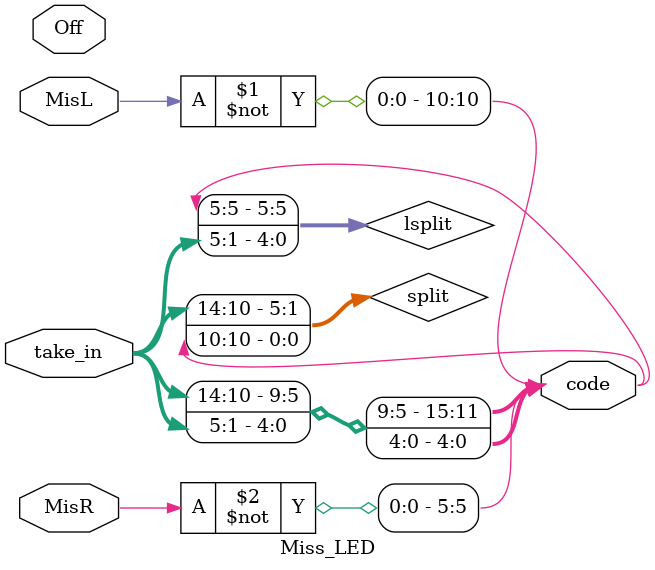
<source format=v>
`timescale 1ns / 1ps


module Miss_LED(
    input MisR,
    input MisL,
    input Off,
    input [15:0] take_in,
    output [15:0] code
    );
    //Removing a led for player 1 (LEFT)
    wire [5:0]  split, vOut;
    assign split[0] = ~MisL;
    assign split[5:1] = take_in[14:10];
    assign split = code[15:10];
        
    //REMOVING a led for player 2 (RIGHT)
    wire [5:0] lsplit, lOut;
    assign lsplit[5] = ~MisR;
    assign lsplit[4:0] = take_in[5:1];
    assign lsplit = code[6:0];
       
   
endmodule

</source>
